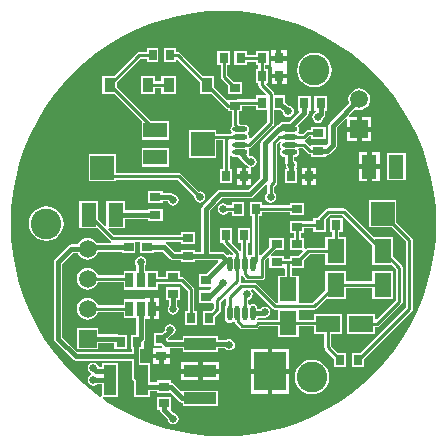
<source format=gtl>
%FSLAX25Y25*%
%MOIN*%
G70*
G01*
G75*
G04 Layer_Physical_Order=1*
G04 Layer_Color=255*
%ADD10R,0.02756X0.03543*%
%ADD11R,0.10630X0.12992*%
%ADD12R,0.10630X0.03937*%
%ADD13R,0.03543X0.03150*%
%ADD14R,0.03150X0.03543*%
%ADD15R,0.04331X0.10236*%
%ADD16R,0.03543X0.02756*%
%ADD17R,0.02756X0.05118*%
%ADD18R,0.03347X0.02756*%
%ADD19R,0.08071X0.05709*%
%ADD20R,0.05709X0.08071*%
%ADD21O,0.01772X0.05118*%
%ADD22O,0.05118X0.01772*%
%ADD23R,0.03583X0.04803*%
%ADD24R,0.07874X0.05118*%
%ADD25R,0.07874X0.07874*%
%ADD26R,0.05118X0.07874*%
%ADD27R,0.07874X0.07874*%
%ADD28C,0.01000*%
%ADD29C,0.01600*%
%ADD30C,0.05906*%
%ADD31R,0.05906X0.05906*%
%ADD32C,0.02500*%
%ADD33C,0.10236*%
G36*
X5059Y70731D02*
X10092Y70189D01*
X15073Y69291D01*
X19978Y68039D01*
X24781Y66440D01*
X29458Y64503D01*
X33984Y62237D01*
X38337Y59654D01*
X42496Y56767D01*
X46437Y53591D01*
X50142Y50142D01*
X53591Y46437D01*
X56767Y42496D01*
X59654Y38337D01*
X62237Y33984D01*
X64503Y29458D01*
X66440Y24781D01*
X68039Y19978D01*
X69291Y15073D01*
X70189Y10092D01*
X70731Y5059D01*
X70911Y0D01*
X70731Y-5059D01*
X70189Y-10092D01*
X69291Y-15073D01*
X68039Y-19978D01*
X66440Y-24781D01*
X64503Y-29458D01*
X62237Y-33984D01*
X59654Y-38337D01*
X56767Y-42496D01*
X53591Y-46437D01*
X50142Y-50142D01*
X46437Y-53591D01*
X42496Y-56767D01*
X38337Y-59654D01*
X33984Y-62237D01*
X29458Y-64503D01*
X24781Y-66440D01*
X19978Y-68039D01*
X15073Y-69291D01*
X10092Y-70189D01*
X5059Y-70731D01*
X0Y-70911D01*
X-5059Y-70731D01*
X-10092Y-70189D01*
X-15073Y-69291D01*
X-19978Y-68039D01*
X-24781Y-66440D01*
X-29458Y-64503D01*
X-33984Y-62237D01*
X-38337Y-59654D01*
X-40201Y-58361D01*
X-40052Y-57884D01*
X-35030D01*
Y-46447D01*
X-40561D01*
Y-47785D01*
X-41509D01*
X-41564Y-47506D01*
X-41973Y-46895D01*
X-42585Y-46486D01*
X-43307Y-46342D01*
X-44029Y-46486D01*
X-44641Y-46895D01*
X-45050Y-47506D01*
X-45193Y-48228D01*
X-45050Y-48950D01*
X-44641Y-49562D01*
X-44065Y-49947D01*
Y-50447D01*
X-44641Y-50832D01*
X-45050Y-51443D01*
X-45193Y-52165D01*
X-45050Y-52887D01*
X-44641Y-53499D01*
X-44029Y-53908D01*
X-43307Y-54052D01*
X-42585Y-53908D01*
X-42114Y-53593D01*
X-40561D01*
Y-57572D01*
X-41004Y-57803D01*
X-42496Y-56767D01*
X-46437Y-53591D01*
X-50142Y-50142D01*
X-53591Y-46437D01*
X-56767Y-42496D01*
X-59654Y-38337D01*
X-62237Y-33984D01*
X-64503Y-29458D01*
X-66440Y-24781D01*
X-68039Y-19978D01*
X-69291Y-15073D01*
X-70189Y-10092D01*
X-70731Y-5059D01*
X-70911Y0D01*
X-70731Y5059D01*
X-70189Y10092D01*
X-69291Y15073D01*
X-68039Y19978D01*
X-66440Y24781D01*
X-64503Y29458D01*
X-62237Y33984D01*
X-59654Y38337D01*
X-56767Y42496D01*
X-53591Y46437D01*
X-50142Y50142D01*
X-46437Y53591D01*
X-42496Y56767D01*
X-38337Y59654D01*
X-33984Y62237D01*
X-29458Y64503D01*
X-24781Y66440D01*
X-19978Y68039D01*
X-15073Y69291D01*
X-10092Y70189D01*
X-5059Y70731D01*
X0Y70911D01*
X5059Y70731D01*
D02*
G37*
%LPC*%
G36*
X-14361Y-21250D02*
X-19104D01*
Y-25600D01*
X-18160D01*
Y-27350D01*
X-18475Y-27821D01*
X-18619Y-28543D01*
X-18475Y-29265D01*
X-18066Y-29877D01*
X-17454Y-30286D01*
X-16732Y-30430D01*
X-16011Y-30286D01*
X-15398Y-29877D01*
X-14990Y-29265D01*
X-14846Y-28543D01*
X-14990Y-27821D01*
X-15305Y-27350D01*
Y-25600D01*
X-14361D01*
Y-21250D01*
D02*
G37*
G36*
X-21441Y-24787D02*
X-23019D01*
Y-27547D01*
X-21441D01*
Y-24787D01*
D02*
G37*
G36*
X-27559Y-10909D02*
X-28281Y-11053D01*
X-28893Y-11462D01*
X-29302Y-12073D01*
X-29445Y-12795D01*
X-29302Y-13517D01*
X-28986Y-13989D01*
Y-15739D01*
X-33277D01*
Y-17264D01*
X-41895D01*
X-42172Y-16594D01*
X-42742Y-15852D01*
X-43484Y-15282D01*
X-44348Y-14924D01*
X-45276Y-14802D01*
X-46203Y-14924D01*
X-47067Y-15282D01*
X-47809Y-15852D01*
X-48379Y-16594D01*
X-48737Y-17458D01*
X-48859Y-18386D01*
X-48737Y-19313D01*
X-48379Y-20177D01*
X-47809Y-20920D01*
X-47067Y-21489D01*
X-46203Y-21847D01*
X-45276Y-21969D01*
X-44348Y-21847D01*
X-43484Y-21489D01*
X-42742Y-20920D01*
X-42172Y-20177D01*
X-41895Y-19507D01*
X-33277D01*
Y-22057D01*
X-21841D01*
Y-20019D01*
X-19104D01*
Y-20088D01*
X-14361D01*
Y-20088D01*
X-14175Y-20088D01*
X-11948Y-22315D01*
Y-29124D01*
X-12805D01*
Y-33868D01*
X-8849D01*
Y-29124D01*
X-9705D01*
Y-21850D01*
X-9705Y-21850D01*
X-9791Y-21421D01*
X-10034Y-21057D01*
X-10034Y-21057D01*
X-12987Y-18105D01*
X-13350Y-17862D01*
X-13780Y-17776D01*
X-13780Y-17776D01*
X-14361D01*
Y-15739D01*
X-19104D01*
Y-17776D01*
X-21841D01*
Y-15739D01*
X-26132D01*
Y-13989D01*
X-25816Y-13517D01*
X-25673Y-12795D01*
X-25816Y-12073D01*
X-26225Y-11462D01*
X-26837Y-11053D01*
X-27559Y-10909D01*
D02*
G37*
G36*
X-17717Y-33547D02*
X-18438Y-33690D01*
X-19050Y-34099D01*
X-19459Y-34711D01*
X-19603Y-35433D01*
X-19592Y-35487D01*
X-20513Y-36408D01*
X-23041D01*
Y-40758D01*
X-20538D01*
X-20391Y-40978D01*
X-20432Y-41386D01*
X-20632Y-41520D01*
X-23441D01*
Y-43295D01*
X-17898D01*
Y-41585D01*
X-13592D01*
Y-42726D01*
X-1762D01*
Y-41585D01*
X566D01*
X635Y-41688D01*
X1247Y-42097D01*
X1969Y-42241D01*
X2690Y-42097D01*
X3302Y-41688D01*
X3711Y-41076D01*
X3855Y-40354D01*
X3711Y-39632D01*
X3302Y-39021D01*
X2690Y-38612D01*
X1969Y-38468D01*
X1247Y-38612D01*
X1070Y-38730D01*
X-1762D01*
Y-37589D01*
X-13592D01*
Y-38730D01*
X-18298D01*
Y-38230D01*
X-17305Y-37238D01*
X-16995Y-37176D01*
X-16383Y-36767D01*
X-15974Y-36155D01*
X-15830Y-35433D01*
X-15974Y-34711D01*
X-16383Y-34099D01*
X-16995Y-33690D01*
X-17717Y-33547D01*
D02*
G37*
G36*
X-41723Y-34833D02*
X-48828D01*
Y-41939D01*
X-41723D01*
Y-39813D01*
X-36427D01*
Y-41742D01*
X-32077D01*
Y-36998D01*
X-35035D01*
X-35236Y-36958D01*
X-35236Y-36958D01*
X-41723D01*
Y-34833D01*
D02*
G37*
G36*
X-21441Y-29147D02*
X-23019D01*
Y-31905D01*
X-21441D01*
Y-29147D01*
D02*
G37*
G36*
X-35817Y23238D02*
X-44891D01*
Y14164D01*
X-35817D01*
Y14627D01*
X-15228D01*
X-9710Y9109D01*
X-9760Y8858D01*
X-9617Y8136D01*
X-9208Y7525D01*
X-8596Y7116D01*
X-7874Y6972D01*
X-7152Y7116D01*
X-6540Y7525D01*
X-6131Y8136D01*
X-5988Y8858D01*
X-6131Y9580D01*
X-6540Y10192D01*
X-7152Y10601D01*
X-7874Y10745D01*
X-8124Y10695D01*
X-13971Y16541D01*
X-14335Y16784D01*
X-14764Y16870D01*
X-14764Y16870D01*
X-35817D01*
Y23238D01*
D02*
G37*
G36*
X6090Y14948D02*
X4512D01*
Y12976D01*
X6090D01*
Y14948D01*
D02*
G37*
G36*
X9268D02*
X7690D01*
Y12976D01*
X9268D01*
Y14948D01*
D02*
G37*
G36*
X-59055Y5768D02*
X-60548Y5571D01*
X-61939Y4995D01*
X-63133Y4078D01*
X-64050Y2884D01*
X-64626Y1493D01*
X-64823Y0D01*
X-64626Y-1493D01*
X-64050Y-2884D01*
X-63133Y-4078D01*
X-61939Y-4995D01*
X-60548Y-5571D01*
X-59055Y-5768D01*
X-57562Y-5571D01*
X-56171Y-4995D01*
X-54977Y-4078D01*
X-54060Y-2884D01*
X-53484Y-1493D01*
X-53288Y0D01*
X-53484Y1493D01*
X-54060Y2884D01*
X-54977Y4078D01*
X-56171Y4995D01*
X-57562Y5571D01*
X-59055Y5768D01*
D02*
G37*
G36*
X-20266Y10836D02*
X-25009D01*
Y6880D01*
X-20266D01*
Y7431D01*
X-18530D01*
X-18475Y7152D01*
X-18066Y6540D01*
X-17454Y6131D01*
X-16732Y5988D01*
X-16011Y6131D01*
X-15398Y6540D01*
X-14990Y7152D01*
X-14846Y7874D01*
X-14990Y8596D01*
X-15398Y9208D01*
X-16011Y9617D01*
X-16567Y9727D01*
X-16707Y9868D01*
X-17170Y10177D01*
X-17717Y10286D01*
X-17717Y10286D01*
X-20266D01*
Y10836D01*
D02*
G37*
G36*
X6899Y7293D02*
X2943D01*
Y6043D01*
X1476D01*
X1334Y6255D01*
X722Y6664D01*
X0Y6808D01*
X-722Y6664D01*
X-1334Y6255D01*
X-1743Y5643D01*
X-1886Y4921D01*
X-1743Y4199D01*
X-1334Y3588D01*
X-722Y3179D01*
X0Y3035D01*
X722Y3179D01*
X1334Y3588D01*
X1476Y3800D01*
X2943D01*
Y2550D01*
X6899D01*
Y7293D01*
D02*
G37*
G36*
X-17898Y-44894D02*
X-19869D01*
Y-46669D01*
X-17898D01*
Y-44894D01*
D02*
G37*
G36*
X21866Y-50013D02*
X16351D01*
Y-56709D01*
X21866D01*
Y-50013D01*
D02*
G37*
G36*
X-8477D02*
X-13992D01*
Y-52181D01*
X-8477D01*
Y-50013D01*
D02*
G37*
G36*
X-1362D02*
X-6877D01*
Y-52181D01*
X-1362D01*
Y-50013D01*
D02*
G37*
G36*
X-17313Y-57668D02*
X-22057D01*
Y-62017D01*
X-21111D01*
X-21004Y-62554D01*
X-20694Y-63017D01*
X-18586Y-65126D01*
X-18475Y-65683D01*
X-18066Y-66294D01*
X-17454Y-66703D01*
X-16732Y-66847D01*
X-16011Y-66703D01*
X-15398Y-66294D01*
X-14990Y-65683D01*
X-14846Y-64961D01*
X-14990Y-64239D01*
X-15398Y-63627D01*
X-16011Y-63218D01*
X-16567Y-63107D01*
X-17414Y-62260D01*
X-17313Y-62017D01*
X-17313D01*
X-17313Y-62017D01*
Y-57668D01*
D02*
G37*
G36*
X29528Y-45376D02*
X28035Y-45572D01*
X26644Y-46148D01*
X25449Y-47065D01*
X24533Y-48259D01*
X23957Y-49650D01*
X23760Y-51143D01*
X23957Y-52636D01*
X24533Y-54027D01*
X25449Y-55221D01*
X26644Y-56138D01*
X28035Y-56714D01*
X29528Y-56911D01*
X31020Y-56714D01*
X32411Y-56138D01*
X33606Y-55221D01*
X34522Y-54027D01*
X35098Y-52636D01*
X35295Y-51143D01*
X35098Y-49650D01*
X34522Y-48259D01*
X33606Y-47065D01*
X32411Y-46148D01*
X31020Y-45572D01*
X29528Y-45376D01*
D02*
G37*
G36*
X14751Y-50013D02*
X9236D01*
Y-56709D01*
X14751D01*
Y-50013D01*
D02*
G37*
G36*
X21866Y-41717D02*
X16351D01*
Y-48413D01*
X21866D01*
Y-41717D01*
D02*
G37*
G36*
X57687Y7792D02*
X48613D01*
Y-1282D01*
X56100D01*
X60886Y-6068D01*
Y-27850D01*
X45652Y-43085D01*
X42888D01*
Y-47828D01*
X46844D01*
Y-45065D01*
X62801Y-29108D01*
X62801Y-29108D01*
X63044Y-28744D01*
X63129Y-28315D01*
Y-5604D01*
X63129Y-5604D01*
X63044Y-5174D01*
X62801Y-4811D01*
X62801Y-4811D01*
X57687Y304D01*
Y7792D01*
D02*
G37*
G36*
X-21469Y-44894D02*
X-23441D01*
Y-46669D01*
X-21469D01*
Y-44894D01*
D02*
G37*
G36*
X-8477Y-46244D02*
X-13992D01*
Y-48413D01*
X-8477D01*
Y-46244D01*
D02*
G37*
G36*
X-1362D02*
X-6877D01*
Y-48413D01*
X-1362D01*
Y-46244D01*
D02*
G37*
G36*
X14751Y-41717D02*
X9236D01*
Y-48413D01*
X14751D01*
Y-41717D01*
D02*
G37*
G36*
X27743Y14948D02*
X26165D01*
Y12976D01*
X27743D01*
Y14948D01*
D02*
G37*
G36*
X-15739Y58474D02*
X-19694D01*
Y53731D01*
X-15739D01*
Y54385D01*
X-15277Y54576D01*
X-7765Y47065D01*
Y43258D01*
X-3959D01*
X723Y38577D01*
X723Y38577D01*
X1087Y38334D01*
X1516Y38249D01*
X1565D01*
Y37392D01*
X2815D01*
Y32972D01*
X2815Y32972D01*
X2898Y32556D01*
X2767Y32469D01*
X2439Y31977D01*
X2324Y31398D01*
X2439Y30818D01*
X2717Y30401D01*
X2482Y29960D01*
X1526D01*
X1526Y29960D01*
X1526Y29960D01*
X-2353D01*
Y31112D01*
X-11427D01*
Y22038D01*
X-2353D01*
Y27717D01*
X-137D01*
Y18120D01*
X-994D01*
Y13376D01*
X2962D01*
Y18120D01*
X2106D01*
Y22778D01*
X2584Y22923D01*
X2767Y22649D01*
X3259Y22321D01*
X3839Y22206D01*
X5008D01*
X7357Y19857D01*
X7357Y19857D01*
X7634Y19671D01*
X7742Y19600D01*
X7918Y19335D01*
X8423Y18998D01*
X8278Y18520D01*
X7690D01*
Y16548D01*
X9268D01*
Y18520D01*
X9268D01*
X9252Y18535D01*
Y18783D01*
X9974Y18927D01*
X10586Y19335D01*
X10995Y19948D01*
X11138Y20669D01*
X10995Y21391D01*
X10586Y22003D01*
X9974Y22412D01*
X9252Y22556D01*
X8788Y22463D01*
X8395Y22856D01*
X8585Y23141D01*
X8700Y23720D01*
X8585Y24300D01*
X8437Y24522D01*
X8563Y25158D01*
X8992Y25243D01*
X9356Y25486D01*
X16541Y32671D01*
X16541Y32671D01*
X16784Y33035D01*
X16870Y33465D01*
X16870Y33465D01*
Y37983D01*
X19054D01*
X19800Y37236D01*
X19911Y36680D01*
X20320Y36068D01*
X20932Y35659D01*
X21654Y35515D01*
X22375Y35659D01*
X22987Y36068D01*
X23396Y36680D01*
X23540Y37402D01*
X23396Y38123D01*
X22987Y38735D01*
X22375Y39144D01*
X21819Y39255D01*
X20679Y40395D01*
Y42726D01*
X16870D01*
Y43307D01*
X16784Y43736D01*
X16541Y44100D01*
X16541Y44100D01*
X14262Y46379D01*
X14454Y46841D01*
X14773D01*
Y51584D01*
X13917D01*
Y52746D01*
X15167D01*
Y57490D01*
X10817D01*
Y56240D01*
X7884D01*
Y57490D01*
X3534D01*
Y52746D01*
X7884D01*
Y53997D01*
X10817D01*
Y52746D01*
X11674D01*
Y51584D01*
X10817D01*
Y46841D01*
X11674D01*
Y46260D01*
X11674Y46260D01*
X11759Y45831D01*
X12002Y45467D01*
X14281Y43188D01*
X14090Y42726D01*
X10817D01*
Y41476D01*
X4921D01*
X4921Y41476D01*
X4492Y41390D01*
X4428Y41348D01*
X1565D01*
X1565Y41348D01*
Y41348D01*
X1253Y41219D01*
X-2983Y45455D01*
Y49261D01*
X-6790D01*
X-14424Y56895D01*
X-14787Y57139D01*
X-15216Y57224D01*
X-15217Y57224D01*
X-15739D01*
Y58474D01*
D02*
G37*
G36*
X2372Y57490D02*
X-1978D01*
Y52746D01*
X-925D01*
Y49016D01*
X-925Y49016D01*
X-839Y48587D01*
X-596Y48223D01*
X1565Y46061D01*
Y43298D01*
X6309D01*
Y47254D01*
X3545D01*
X1318Y49480D01*
Y52746D01*
X2372D01*
Y57490D01*
D02*
G37*
G36*
X30315Y56949D02*
X28822Y56752D01*
X27431Y56176D01*
X26237Y55259D01*
X25320Y54065D01*
X24744Y52674D01*
X24547Y51181D01*
X24744Y49688D01*
X25320Y48297D01*
X26237Y47103D01*
X27431Y46186D01*
X28822Y45610D01*
X30315Y45414D01*
X31808Y45610D01*
X33199Y46186D01*
X34393Y47103D01*
X35310Y48297D01*
X35886Y49688D01*
X36082Y51181D01*
X35886Y52674D01*
X35310Y54065D01*
X34393Y55259D01*
X33199Y56176D01*
X31808Y56752D01*
X30315Y56949D01*
D02*
G37*
G36*
X45276Y45079D02*
X44348Y44957D01*
X43484Y44599D01*
X42742Y44030D01*
X42172Y43288D01*
X41814Y42423D01*
X41692Y41496D01*
X41814Y40569D01*
X41965Y40204D01*
X35408Y33647D01*
X35099Y33184D01*
X34990Y32638D01*
X34990Y32638D01*
Y26884D01*
X34294Y26188D01*
X34064Y26283D01*
Y26283D01*
X34064Y26282D01*
X29321D01*
Y26068D01*
X28859Y25876D01*
X27663Y27073D01*
X27309Y27309D01*
Y27809D01*
X27663Y28045D01*
X28706Y29089D01*
X29321D01*
Y28232D01*
X34064D01*
Y32188D01*
X29321D01*
Y31332D01*
X28242D01*
X28242Y31332D01*
X27812Y31246D01*
X27448Y31003D01*
X26406Y29960D01*
X25077D01*
X24842Y30401D01*
X25120Y30818D01*
X25235Y31398D01*
X25120Y31977D01*
X24792Y32469D01*
X24779Y32602D01*
X27978Y35802D01*
X27978Y35802D01*
X28287Y36265D01*
X28396Y36811D01*
Y37681D01*
X29143D01*
Y42424D01*
X24794D01*
Y37681D01*
X25166D01*
X25358Y37219D01*
X22047Y33908D01*
X19882D01*
X19882Y33908D01*
X19336Y33799D01*
X18872Y33490D01*
X18872Y33490D01*
X18158Y32775D01*
X17862Y32716D01*
X17399Y32407D01*
X17399Y32407D01*
X12770Y27778D01*
X12461Y27315D01*
X12352Y26768D01*
X12352Y26768D01*
Y15355D01*
X8267Y11270D01*
X-984D01*
X-984Y11270D01*
X-1531Y11161D01*
X-1994Y10852D01*
X-1994Y10852D01*
X-6915Y5931D01*
X-7224Y5468D01*
X-7333Y4921D01*
X-7333Y4921D01*
Y-9399D01*
X-9439D01*
Y-8849D01*
X-14183D01*
Y-9399D01*
X-16141D01*
X-18676Y-6865D01*
X-19139Y-6555D01*
X-19214Y-6540D01*
X-19164Y-6043D01*
X-14183D01*
Y-6899D01*
X-9439D01*
Y-2943D01*
X-14183D01*
Y-3800D01*
X-36543D01*
X-38297Y-2046D01*
X-38105Y-1584D01*
X-32668D01*
Y1525D01*
X-25009D01*
Y975D01*
X-20266D01*
Y4931D01*
X-25009D01*
Y4380D01*
X-32668D01*
Y7490D01*
X-38986D01*
Y-704D01*
X-39448Y-895D01*
X-41723Y1380D01*
Y7490D01*
X-48041D01*
Y-1584D01*
X-41931D01*
X-37801Y-5714D01*
X-37801Y-5714D01*
X-37437Y-5957D01*
X-37534Y-6447D01*
X-42285D01*
X-42742Y-5852D01*
X-43484Y-5283D01*
X-44348Y-4924D01*
X-45276Y-4802D01*
X-46203Y-4924D01*
X-47067Y-5283D01*
X-47809Y-5852D01*
X-48379Y-6594D01*
X-48530Y-6958D01*
X-50709D01*
X-51255Y-7067D01*
X-51440Y-7191D01*
X-51718Y-7377D01*
X-51718Y-7377D01*
X-56128Y-11786D01*
X-56437Y-12249D01*
X-56546Y-12795D01*
X-56546Y-12795D01*
Y-38386D01*
X-56546Y-38386D01*
X-56437Y-38932D01*
X-56128Y-39395D01*
X-50250Y-45272D01*
X-50250Y-45272D01*
X-49787Y-45582D01*
X-49241Y-45690D01*
X-49241Y-45690D01*
X-36967D01*
X-36825Y-45719D01*
X-30562D01*
Y-51181D01*
X-30562Y-51181D01*
X-30453Y-51727D01*
X-30143Y-52190D01*
X-29931Y-52403D01*
Y-57884D01*
X-24400D01*
Y-55758D01*
X-22057D01*
Y-56506D01*
X-17462D01*
X-14691Y-59277D01*
X-14691Y-59277D01*
X-14413Y-59462D01*
X-14227Y-59587D01*
X-13681Y-59695D01*
X-13592D01*
Y-60836D01*
X-1762D01*
Y-55699D01*
X-13592D01*
X-13592Y-55699D01*
Y-55699D01*
X-14044Y-55886D01*
X-16609Y-53321D01*
X-17072Y-53012D01*
X-17313Y-52964D01*
Y-52156D01*
X-22057D01*
Y-52903D01*
X-24400D01*
Y-46447D01*
X-27707D01*
Y-44291D01*
Y-41742D01*
X-26565D01*
Y-39214D01*
X-26550Y-39198D01*
X-26550Y-39198D01*
X-26240Y-38735D01*
X-26132Y-38189D01*
X-26132Y-38189D01*
Y-31905D01*
X-24619D01*
Y-28346D01*
Y-24787D01*
X-26197D01*
Y-25187D01*
X-33277D01*
Y-27264D01*
X-41895D01*
X-42172Y-26594D01*
X-42742Y-25852D01*
X-43484Y-25282D01*
X-44348Y-24925D01*
X-45276Y-24802D01*
X-46203Y-24925D01*
X-47067Y-25282D01*
X-47809Y-25852D01*
X-48379Y-26594D01*
X-48737Y-27458D01*
X-48859Y-28386D01*
X-48737Y-29313D01*
X-48379Y-30178D01*
X-47809Y-30920D01*
X-47067Y-31489D01*
X-46203Y-31847D01*
X-45276Y-31969D01*
X-44348Y-31847D01*
X-43484Y-31489D01*
X-42742Y-30920D01*
X-42172Y-30178D01*
X-41895Y-29507D01*
X-33277D01*
Y-31506D01*
X-28986D01*
Y-36998D01*
X-30915D01*
Y-41742D01*
X-30562D01*
Y-42864D01*
X-36711D01*
X-36853Y-42836D01*
X-36853Y-42836D01*
X-48650D01*
X-53691Y-37795D01*
Y-13386D01*
X-50117Y-9813D01*
X-48530D01*
X-48379Y-10177D01*
X-47809Y-10920D01*
X-47067Y-11489D01*
X-46203Y-11847D01*
X-45276Y-11969D01*
X-44348Y-11847D01*
X-43484Y-11489D01*
X-42742Y-10920D01*
X-42172Y-10177D01*
X-41814Y-9313D01*
X-41813Y-9301D01*
X-33868D01*
Y-9852D01*
X-29321D01*
Y-6043D01*
X-27765D01*
Y-9852D01*
X-23219D01*
Y-9301D01*
X-20276D01*
X-17742Y-11836D01*
X-17742Y-11836D01*
X-17278Y-12145D01*
X-16732Y-12254D01*
X-14183D01*
Y-12805D01*
X-9439D01*
Y-12254D01*
X-1934D01*
X-1743Y-12716D01*
X-5749Y-16723D01*
X-8277D01*
Y-21072D01*
X-4256D01*
X-4065Y-21534D01*
X-4765Y-22235D01*
X-8277D01*
Y-26584D01*
X-3534D01*
Y-26584D01*
X-3444D01*
X-3090Y-26938D01*
Y-28079D01*
X-4136Y-29124D01*
X-6899D01*
Y-33868D01*
X-2943D01*
Y-31104D01*
X-1175Y-29336D01*
X-1175Y-29336D01*
X-932Y-28973D01*
X-847Y-28543D01*
X-847Y-28543D01*
Y-26055D01*
X483Y-24725D01*
X945Y-24916D01*
Y-27252D01*
X667Y-27668D01*
X552Y-28248D01*
Y-31594D01*
X667Y-32174D01*
X996Y-32666D01*
X1487Y-32994D01*
X2067Y-33109D01*
X2647Y-32994D01*
X3138Y-32666D01*
X3555D01*
X3716Y-32773D01*
X3763Y-33012D01*
X4006Y-33376D01*
X5404Y-34773D01*
X5768Y-35017D01*
X6197Y-35102D01*
X6197Y-35102D01*
X10732D01*
X10732Y-35102D01*
X11162Y-35017D01*
X11525Y-34773D01*
X12008Y-34291D01*
X18199D01*
Y-37805D01*
X25108D01*
Y-34291D01*
X30109D01*
Y-36919D01*
X33623D01*
Y-41240D01*
X33623Y-41240D01*
X33708Y-41669D01*
X33951Y-42033D01*
X36983Y-45065D01*
Y-47828D01*
X40939D01*
Y-43085D01*
X38175D01*
X35866Y-40776D01*
Y-36919D01*
X39380D01*
Y-30010D01*
X30109D01*
Y-32048D01*
X25108D01*
Y-28681D01*
X30217D01*
X30217Y-28681D01*
X30646Y-28595D01*
X31010Y-28352D01*
X34352Y-25010D01*
X40856D01*
Y-21496D01*
X49695D01*
Y-25009D01*
X56604D01*
Y-15739D01*
X49695D01*
Y-19252D01*
X40856D01*
Y-15739D01*
X33947D01*
Y-22242D01*
X29752Y-26438D01*
X25108D01*
Y-17313D01*
X22775D01*
Y-14773D01*
X26978D01*
Y-12010D01*
X28713Y-10275D01*
X33947D01*
Y-13789D01*
X40856D01*
Y-4518D01*
X38523D01*
Y-2775D01*
X39783D01*
Y1969D01*
X35433D01*
Y-2775D01*
X36280D01*
Y-4518D01*
X33947D01*
Y-8032D01*
X28248D01*
X27819Y-8117D01*
X27455Y-8360D01*
X26978Y-8042D01*
Y-4912D01*
X25728D01*
Y-2962D01*
X26978D01*
Y-1525D01*
X29921D01*
Y-2775D01*
X34271D01*
Y1671D01*
X35415Y2816D01*
X39595D01*
X49695Y-7285D01*
Y-13789D01*
X56199D01*
X57520Y-15110D01*
Y-25539D01*
X51062Y-31998D01*
X50600Y-31806D01*
Y-30010D01*
X41329D01*
Y-36919D01*
X50600D01*
Y-34586D01*
X51181D01*
X51181Y-34586D01*
X51610Y-34501D01*
X51974Y-34258D01*
X59435Y-26797D01*
X59435Y-26797D01*
X59678Y-26433D01*
X59763Y-26004D01*
X59763Y-26004D01*
Y-14646D01*
X59678Y-14217D01*
X59435Y-13853D01*
X59435Y-13853D01*
X56604Y-11022D01*
Y-4518D01*
X50100D01*
X40852Y4730D01*
X40488Y4973D01*
X40059Y5059D01*
X40059Y5059D01*
X34950D01*
X34950Y5059D01*
X34521Y4973D01*
X34157Y4730D01*
X31396Y1969D01*
X29921D01*
Y718D01*
X26978D01*
Y994D01*
X22235D01*
Y-2962D01*
X23485D01*
Y-4912D01*
X22235D01*
Y-8868D01*
X26294D01*
X26486Y-9330D01*
X24998Y-10817D01*
X22235D01*
Y-11674D01*
X20088D01*
Y-10817D01*
X16028D01*
X15837Y-10355D01*
X17325Y-8868D01*
X20088D01*
Y-4912D01*
X15345D01*
Y-7675D01*
X12379Y-10641D01*
X11917Y-10450D01*
Y2550D01*
X12805D01*
Y3800D01*
X22235D01*
Y2943D01*
X26978D01*
Y6899D01*
X22235D01*
Y6043D01*
X12805D01*
Y7293D01*
X8849D01*
Y2550D01*
X9674D01*
Y-10212D01*
X9164Y-10313D01*
X8673Y-10641D01*
X8487D01*
X8133Y-10288D01*
Y-6309D01*
X8868D01*
Y-1565D01*
X4912D01*
Y-6309D01*
X5890D01*
Y-8682D01*
X5419Y-8997D01*
X5419Y-8997D01*
X2895Y-6472D01*
X2962Y-6309D01*
X2962D01*
X2962Y-6309D01*
Y-1565D01*
X-994D01*
Y-6309D01*
X-105D01*
X-52Y-6577D01*
X191Y-6941D01*
X3274Y-10024D01*
X3200Y-10518D01*
X3063Y-10592D01*
X2647Y-10313D01*
X2067Y-10198D01*
X1487Y-10313D01*
X1203Y-10503D01*
X517Y-9817D01*
X54Y-9508D01*
X-492Y-9399D01*
X-492Y-9399D01*
X-4478D01*
Y4330D01*
X-393Y8415D01*
X8858D01*
X8858Y8415D01*
X9404Y8524D01*
X9868Y8833D01*
X14215Y13181D01*
X14656Y12945D01*
X14627Y12795D01*
X14627Y12795D01*
Y10334D01*
X14414Y10192D01*
X14005Y9580D01*
X13862Y8858D01*
X14005Y8136D01*
X14414Y7525D01*
X15026Y7116D01*
X15748Y6972D01*
X16470Y7116D01*
X17082Y7525D01*
X17491Y8136D01*
X17634Y8858D01*
X17491Y9580D01*
X17082Y10192D01*
X16870Y10334D01*
Y12331D01*
X17525Y12987D01*
X17768Y13350D01*
X17854Y13780D01*
X17854Y13780D01*
Y26570D01*
X18844Y27560D01*
X19231Y27243D01*
X18974Y26859D01*
X18859Y26280D01*
X18974Y25700D01*
X19303Y25208D01*
Y24792D01*
X18974Y24300D01*
X18859Y23720D01*
X18974Y23141D01*
X19303Y22649D01*
X19794Y22321D01*
X20374Y22206D01*
X20620D01*
Y20276D01*
X20620Y20276D01*
X20729Y19729D01*
X20753Y19692D01*
X20752Y19685D01*
X20895Y18963D01*
X21164Y18561D01*
X20928Y18120D01*
X20660D01*
Y13376D01*
X24616D01*
Y18120D01*
X24347D01*
X24112Y18561D01*
X24381Y18963D01*
X24524Y19685D01*
X24381Y20407D01*
X23972Y21019D01*
X23475Y21351D01*
Y22206D01*
X23720D01*
X24300Y22321D01*
X24792Y22649D01*
X25120Y23141D01*
X25235Y23720D01*
X25120Y24300D01*
X24842Y24717D01*
X25077Y25158D01*
X26406D01*
X28052Y23512D01*
X28052Y23511D01*
X28416Y23268D01*
X28845Y23183D01*
X28845Y23183D01*
X29321D01*
Y22327D01*
X34064D01*
Y22524D01*
X34418Y22877D01*
X34429D01*
X34429Y22877D01*
Y22877D01*
X34976Y22986D01*
X35439Y23295D01*
X37427Y25283D01*
X37427Y25283D01*
X37736Y25746D01*
X37845Y26292D01*
X37845Y26292D01*
Y32046D01*
X40861Y35063D01*
X41323Y34871D01*
Y32296D01*
X44476D01*
Y35449D01*
X41900D01*
X41709Y35911D01*
X43984Y38186D01*
X44348Y38035D01*
X45276Y37913D01*
X46203Y38035D01*
X47067Y38393D01*
X47809Y38962D01*
X48379Y39704D01*
X48737Y40569D01*
X48859Y41496D01*
X48737Y42423D01*
X48379Y43288D01*
X47809Y44030D01*
X47067Y44599D01*
X46203Y44957D01*
X45276Y45079D01*
D02*
G37*
G36*
X49228Y35449D02*
X46076D01*
Y32296D01*
X49228D01*
Y35449D01*
D02*
G37*
G36*
X34655Y42424D02*
X30305D01*
Y37681D01*
X30763D01*
X30812Y37183D01*
X30774Y37176D01*
X30162Y36767D01*
X29753Y36155D01*
X29610Y35433D01*
X29753Y34711D01*
X30162Y34099D01*
X30774Y33690D01*
X31496Y33547D01*
X32218Y33690D01*
X32830Y34099D01*
X33239Y34711D01*
X33349Y35268D01*
X33490Y35408D01*
X33799Y35871D01*
X33908Y36417D01*
X33908Y36417D01*
Y37681D01*
X34655D01*
Y42424D01*
D02*
G37*
G36*
X17901Y48413D02*
X16323D01*
Y46441D01*
X17901D01*
Y48413D01*
D02*
G37*
G36*
X17704Y57890D02*
X15929D01*
Y55918D01*
X17704D01*
Y57890D01*
D02*
G37*
G36*
X21079D02*
X19304D01*
Y55918D01*
X21079D01*
Y57890D01*
D02*
G37*
G36*
X-21644Y58474D02*
X-25600D01*
Y57224D01*
X-28091D01*
X-28091Y57224D01*
X-28520Y57139D01*
X-28884Y56895D01*
X-28884Y56895D01*
X-36518Y49261D01*
X-40324D01*
Y43258D01*
X-36380D01*
X-27175Y34053D01*
Y27943D01*
X-18101D01*
Y34261D01*
X-24211D01*
X-35542Y45592D01*
Y47065D01*
X-27626Y54981D01*
X-25600D01*
Y53731D01*
X-21644D01*
Y58474D01*
D02*
G37*
G36*
X21079Y48413D02*
X19501D01*
Y46441D01*
X21079D01*
Y48413D01*
D02*
G37*
G36*
X-15857Y49261D02*
X-20639D01*
Y47381D01*
X-22668D01*
Y49261D01*
X-27450D01*
Y43258D01*
X-22668D01*
Y45138D01*
X-20639D01*
Y43258D01*
X-15857D01*
Y49261D01*
D02*
G37*
G36*
X21079Y54318D02*
X15929D01*
Y52346D01*
X16323D01*
Y51984D01*
X16323D01*
Y50013D01*
X21079D01*
Y51984D01*
X21079D01*
X21079Y52346D01*
X21079Y52346D01*
Y52346D01*
Y54318D01*
D02*
G37*
G36*
X49228Y30696D02*
X46076D01*
Y27543D01*
X49228D01*
Y30696D01*
D02*
G37*
G36*
X30921Y18520D02*
X29343D01*
Y16548D01*
X30921D01*
Y18520D01*
D02*
G37*
G36*
X52181Y18203D02*
X49422D01*
Y14066D01*
X52181D01*
Y18203D01*
D02*
G37*
G36*
X27743Y18520D02*
X26165D01*
Y16548D01*
X27743D01*
Y18520D01*
D02*
G37*
G36*
X60836Y23540D02*
X54518D01*
Y14466D01*
X60836D01*
Y23540D01*
D02*
G37*
G36*
X6090Y18520D02*
X4512D01*
Y16548D01*
X6090D01*
Y18520D01*
D02*
G37*
G36*
X-18101Y25206D02*
X-27175D01*
Y18888D01*
X-18101D01*
Y25206D01*
D02*
G37*
G36*
X30921Y14948D02*
X29343D01*
Y12976D01*
X30921D01*
Y14948D01*
D02*
G37*
G36*
X44476Y30696D02*
X41323D01*
Y27543D01*
X44476D01*
Y30696D01*
D02*
G37*
G36*
X52181Y23940D02*
X49422D01*
Y19803D01*
X52181D01*
Y23940D01*
D02*
G37*
G36*
X47822D02*
X45063D01*
Y19803D01*
X47822D01*
Y23940D01*
D02*
G37*
G36*
Y18203D02*
X45063D01*
Y14066D01*
X47822D01*
Y18203D01*
D02*
G37*
%LPD*%
G36*
X10817Y37983D02*
X14627D01*
Y33929D01*
X9101Y28404D01*
X8660Y28640D01*
X8700Y28839D01*
X8585Y29418D01*
X8256Y29910D01*
Y30326D01*
X8585Y30818D01*
X8700Y31398D01*
X8585Y31977D01*
X8256Y32469D01*
X7765Y32797D01*
X7185Y32913D01*
X5583D01*
X5059Y33437D01*
Y37392D01*
X6309D01*
Y39233D01*
X10817D01*
Y37983D01*
D02*
G37*
G36*
X16439Y-28352D02*
X16439Y-28352D01*
X16803Y-28595D01*
X17232Y-28681D01*
X18199D01*
Y-32048D01*
X11563D01*
X11360Y-31801D01*
X11574Y-31349D01*
X13386D01*
X13386Y-31349D01*
X13419Y-31342D01*
X13780Y-31414D01*
X14501Y-31270D01*
X15113Y-30861D01*
X15522Y-30249D01*
X15666Y-29528D01*
X15522Y-28806D01*
X15113Y-28194D01*
X14501Y-27785D01*
X13780Y-27641D01*
X13058Y-27785D01*
X12446Y-28194D01*
X12245Y-28494D01*
X11259D01*
Y-28248D01*
X11144Y-27668D01*
X10815Y-27177D01*
X10324Y-26848D01*
X9744Y-26733D01*
X9164Y-26848D01*
X8748Y-27127D01*
X8307Y-26891D01*
Y-25422D01*
X8596Y-25365D01*
X9208Y-24956D01*
X9617Y-24344D01*
X9760Y-23622D01*
X9617Y-22900D01*
X9262Y-22369D01*
X9498Y-21928D01*
X10015D01*
X16439Y-28352D01*
D02*
G37*
G36*
X15345Y-11501D02*
Y-14773D01*
X20088D01*
Y-14773D01*
X20178D01*
X20532Y-15127D01*
Y-17313D01*
X18199D01*
Y-26438D01*
X17697D01*
X11273Y-20013D01*
X10909Y-19770D01*
X10480Y-19685D01*
X10480Y-19685D01*
X6051D01*
X5948Y-19616D01*
X5687Y-19298D01*
X5748Y-18996D01*
X5748Y-18996D01*
Y-17521D01*
X6226Y-17375D01*
X6392Y-17624D01*
X7278Y-18510D01*
X7278Y-18510D01*
X7642Y-18753D01*
X8071Y-18838D01*
X8071Y-18838D01*
X12795D01*
X13225Y-18753D01*
X13588Y-18510D01*
X13832Y-18146D01*
X13917Y-17717D01*
Y-12276D01*
X14883Y-11310D01*
X15345Y-11501D01*
D02*
G37*
D10*
X-10827Y-31496D02*
D03*
X-4921D02*
D03*
X38961Y-45457D02*
D03*
X44866D02*
D03*
X6890Y-3937D02*
D03*
X984D02*
D03*
X4921Y4921D02*
D03*
X10827D02*
D03*
X6890Y15748D02*
D03*
X984D02*
D03*
X28543D02*
D03*
X22638D02*
D03*
X12795Y40354D02*
D03*
X18701D02*
D03*
X18701Y49213D02*
D03*
X12795D02*
D03*
X-17717Y56102D02*
D03*
X-23622D02*
D03*
D11*
X15551Y-49213D02*
D03*
D12*
X-7677Y-58268D02*
D03*
Y-49213D02*
D03*
Y-40157D02*
D03*
D13*
X-20669Y-38583D02*
D03*
Y-44094D02*
D03*
X-19685Y-59842D02*
D03*
Y-54331D02*
D03*
X-16732Y-17913D02*
D03*
Y-23425D02*
D03*
X-5906Y-18898D02*
D03*
Y-24409D02*
D03*
D14*
X-34252Y-39370D02*
D03*
X-28740D02*
D03*
X32096Y-403D02*
D03*
X37608D02*
D03*
X18504Y55118D02*
D03*
X12992D02*
D03*
X5709D02*
D03*
X197D02*
D03*
X26969Y40053D02*
D03*
X32480D02*
D03*
D15*
X-37795Y-52165D02*
D03*
X-27165D02*
D03*
D16*
X-11811Y-4921D02*
D03*
Y-10827D02*
D03*
X-22638Y8858D02*
D03*
Y2953D02*
D03*
X24606Y-6890D02*
D03*
Y-12795D02*
D03*
X17717Y-12795D02*
D03*
Y-6890D02*
D03*
X24606Y-984D02*
D03*
Y4921D02*
D03*
X31693Y24305D02*
D03*
Y30210D02*
D03*
X3937Y39370D02*
D03*
Y45276D02*
D03*
D17*
X-23819Y-28346D02*
D03*
X-27559D02*
D03*
X-31299D02*
D03*
Y-18898D02*
D03*
X-27559D02*
D03*
X-23819D02*
D03*
D18*
X-31594Y-7874D02*
D03*
X-25492D02*
D03*
D19*
X34744Y-33465D02*
D03*
X45965D02*
D03*
D20*
X21654Y-21949D02*
D03*
Y-33169D02*
D03*
X37402Y-9154D02*
D03*
Y-20374D02*
D03*
X53150Y-20374D02*
D03*
Y-9154D02*
D03*
D21*
X9744Y-13386D02*
D03*
X7185D02*
D03*
X4626D02*
D03*
X2067D02*
D03*
X9744Y-29921D02*
D03*
X7185D02*
D03*
X4626D02*
D03*
X2067D02*
D03*
D22*
X22047Y23720D02*
D03*
Y26280D02*
D03*
Y28839D02*
D03*
Y31398D02*
D03*
X5512Y23720D02*
D03*
Y26280D02*
D03*
Y28839D02*
D03*
Y31398D02*
D03*
D23*
X-18248Y46260D02*
D03*
X-5374D02*
D03*
X-25059D02*
D03*
X-37933D02*
D03*
D24*
X-22638Y22047D02*
D03*
Y31102D02*
D03*
D25*
X-6890Y26575D02*
D03*
D26*
X-35827Y2953D02*
D03*
X-44882D02*
D03*
X48622Y19003D02*
D03*
X57677D02*
D03*
D27*
X-40354Y18701D02*
D03*
X53150Y3255D02*
D03*
D28*
X10827Y4921D02*
X24606D01*
X10827Y4921D02*
X10827Y4921D01*
X15748Y8858D02*
Y12795D01*
X16732Y13780D01*
X-45276Y-18386D02*
X-31811D01*
X-31299Y-18898D01*
X-45276Y-28386D02*
X-31339D01*
X-31299Y-28346D01*
X4626Y-18996D02*
Y-13386D01*
X-4921Y-31496D02*
X-1969Y-28543D01*
X-10827Y-31496D02*
Y-21850D01*
X-13780Y-18898D02*
X-10827Y-21850D01*
X-23819Y-18898D02*
X-13780D01*
X984Y-6148D02*
Y-3937D01*
Y-6148D02*
X4626Y-9790D01*
Y-13386D02*
Y-9790D01*
X-37008Y-4921D02*
X-10827D01*
X-44882Y2953D02*
X-37008Y-4921D01*
X6890Y-3937D02*
X7012Y-4059D01*
Y-13213D02*
Y-4059D01*
Y-13213D02*
X7185Y-13386D01*
Y-16831D02*
Y-13386D01*
X4626Y-29921D02*
X4799Y-30095D01*
X10795Y4890D02*
X10827Y4921D01*
X9744Y-13386D02*
X10795Y-12335D01*
Y4890D01*
X12795Y-17717D02*
Y-11811D01*
X17717Y-6890D01*
X10732Y-33980D02*
X11543Y-33169D01*
X21654D01*
X4799Y-32583D02*
Y-30095D01*
Y-32583D02*
X6197Y-33980D01*
X10732D01*
X7185Y-29921D02*
Y-24311D01*
X7874Y-23622D01*
X16732Y13780D02*
Y27034D01*
X18537Y28839D01*
X22047D01*
X-1969Y-28543D02*
Y-25591D01*
X4626Y-18996D01*
X2067Y-29921D02*
Y-24508D01*
X7185Y-16831D02*
X8071Y-17717D01*
X12795D01*
X24606Y-12795D02*
X24606Y-12795D01*
X21654Y-21949D02*
Y-12795D01*
X17717D02*
X21654D01*
X24606D01*
X28248Y-9154D02*
X37402D01*
X24606Y-12795D02*
X28248Y-9154D01*
X21654Y-33169D02*
X34449D01*
X34744Y-33465D01*
Y-41240D02*
Y-33465D01*
Y-41240D02*
X38961Y-45457D01*
X44866D02*
X62008Y-28315D01*
Y-5604D01*
X53150Y3255D02*
X62008Y-5604D01*
X53150Y-20374D02*
X53150Y-20374D01*
X37402Y-20374D02*
X53150D01*
X45965Y-33465D02*
X51181D01*
X58642Y-26004D01*
Y-14646D01*
X53150Y-9154D02*
X58642Y-14646D01*
X37402Y-9154D02*
Y-609D01*
X37608Y-403D01*
X32096Y1083D02*
X34950Y3937D01*
X32096Y-403D02*
Y1083D01*
X25187Y-403D02*
X32096D01*
X24606Y-984D02*
X25187Y-403D01*
X24606Y-6890D02*
Y-984D01*
Y-6890D02*
X24606Y-6890D01*
X30217Y-27559D02*
X37402Y-20374D01*
X17232Y-27559D02*
X30217D01*
X2067Y-24508D02*
X5768Y-20807D01*
X10480D01*
X17232Y-27559D01*
X34950Y3937D02*
X40059D01*
X53150Y-9154D01*
X0Y4921D02*
X4921D01*
X0Y4921D02*
X0Y4921D01*
X-14764Y15748D02*
X-7874Y8858D01*
X-37402Y15748D02*
X-14764D01*
X-40354Y18701D02*
X-37402Y15748D01*
X-6890Y26575D02*
X-4626Y28839D01*
X984Y15748D02*
Y28297D01*
X1526Y28839D02*
X5512D01*
X984Y28297D02*
X1526Y28839D01*
X-4626D02*
X1526D01*
X5512Y26280D02*
X8563D01*
X4921Y40354D02*
X12795D01*
X3937Y39370D02*
X4921Y40354D01*
X3937Y32972D02*
Y39370D01*
Y32972D02*
X5512Y31398D01*
X12795Y46260D02*
Y48228D01*
Y46260D02*
X15748Y43307D01*
Y33465D02*
Y43307D01*
X8563Y26280D02*
X15748Y33465D01*
X12795Y48228D02*
Y54921D01*
X12992Y55118D01*
X5709D02*
X12992D01*
X197Y49016D02*
Y55118D01*
Y49016D02*
X3937Y45276D01*
X-17717Y56102D02*
X-17717Y56102D01*
X-17717Y56102D02*
X-15216D01*
X-5374Y46260D01*
X1516Y39370D01*
X3937D01*
X-28091Y56102D02*
X-23622D01*
X-37933Y46260D02*
X-28091Y56102D01*
X-25059Y46260D02*
X-18248D01*
X-37795D02*
X-22638Y31102D01*
X-37933Y46260D02*
X-37795D01*
X28242Y30210D02*
X31693D01*
X26870Y28839D02*
X28242Y30210D01*
X22047Y28839D02*
X26870D01*
X28845Y24305D02*
X31693D01*
X26870Y26280D02*
X28845Y24305D01*
X22047Y26280D02*
X26870D01*
D29*
X-28740Y-39370D02*
X-27559Y-38189D01*
Y-28346D01*
X-29134Y-39764D02*
X-28740Y-39370D01*
X-25984Y-54331D02*
X-19685D01*
X-29134Y-51181D02*
X-25984Y-54331D01*
X-50709Y-8386D02*
X-45276D01*
X-55118Y-12795D02*
X-50709Y-8386D01*
X-55118Y-38386D02*
Y-12795D01*
Y-38386D02*
X-49241Y-44263D01*
X-36853D01*
X-36825Y-44291D01*
X-29134D01*
Y-51181D02*
Y-44291D01*
Y-39764D01*
X-13681Y-58268D02*
X-7677D01*
X-17618Y-54331D02*
X-13681Y-58268D01*
X-19685Y-54331D02*
X-17618D01*
X-5906Y-10827D02*
X-492D01*
X-5906Y-18898D02*
X787Y-12205D01*
Y-12106D01*
X-492Y-10827D02*
X787Y-12106D01*
X-25492Y-7874D02*
Y-7776D01*
X-44764Y-7874D02*
X-31594D01*
X-45276Y-8386D02*
X-44764Y-7874D01*
X-984Y9843D02*
X8858D01*
X18799Y31398D02*
X19882Y32480D01*
X-25492Y-7874D02*
X-19685D01*
X-16732Y-10827D01*
X-5906Y4921D02*
X-984Y9843D01*
X-5906Y-10827D02*
Y4921D01*
X-16732Y-10827D02*
X-5906D01*
X8858Y9843D02*
X13780Y14764D01*
X19882Y32480D02*
X22638D01*
X26969Y36811D02*
Y40053D01*
X22638Y32480D02*
X26969Y36811D01*
X13780Y14764D02*
Y26768D01*
X18409Y31398D01*
X18799D01*
X36417Y32638D02*
X45276Y41496D01*
X36417Y26292D02*
Y32638D01*
X34429Y24305D02*
X36417Y26292D01*
X31693Y24305D02*
X34429D01*
X18701Y40354D02*
X21654Y37402D01*
Y37402D02*
Y37402D01*
X22047Y20276D02*
X22638Y19685D01*
X22047Y20276D02*
Y23720D01*
X22638Y15748D02*
Y19685D01*
X22638Y19685D01*
X-35827Y2953D02*
X-22638D01*
Y8858D02*
X-17717D01*
X-16732Y7874D01*
X-35236Y-38386D02*
X-34252Y-39370D01*
X-45276Y-38386D02*
X-35236D01*
X-20669Y-38583D02*
X-17717Y-35630D01*
Y-35433D01*
X-19094Y-40157D02*
X-7677D01*
X-20669Y-38583D02*
X-19094Y-40157D01*
X-7677D02*
X1772D01*
X1969Y-40354D01*
X-19685Y-62008D02*
Y-59842D01*
Y-62008D02*
X-16732Y-64961D01*
X-16732Y-28543D02*
Y-23425D01*
X-5906Y-24409D02*
X-4921D01*
X-197Y-19685D01*
X-27559Y-18898D02*
Y-12795D01*
X-27559Y-12795D02*
X-27559Y-12795D01*
X9744Y-29921D02*
X13386D01*
X13780Y-29528D01*
X-43307Y-52165D02*
X-38386D01*
X-43307Y-48228D02*
X-42323Y-49213D01*
X-38386D01*
X-37795Y-49803D01*
Y-52165D02*
Y-49803D01*
X32480Y36417D02*
Y40053D01*
X31496Y35433D02*
X32480Y36417D01*
X5512Y23720D02*
X8366Y20866D01*
X9055D01*
X9252Y20669D01*
D30*
X45276Y41496D02*
D03*
X-45276Y-8386D02*
D03*
Y-18386D02*
D03*
Y-28386D02*
D03*
D31*
X45276Y31496D02*
D03*
X-45276Y-38386D02*
D03*
D32*
X15748Y8858D02*
D03*
X7874Y-23622D02*
D03*
X0Y4921D02*
D03*
X-7874Y8858D02*
D03*
X21654Y37402D02*
D03*
X22638Y19685D02*
D03*
X-16732Y7874D02*
D03*
X-17717Y-35433D02*
D03*
X1969Y-40354D02*
D03*
X-16732Y-64961D02*
D03*
X-16732Y-28543D02*
D03*
X-197Y-19685D02*
D03*
X-27559Y-12795D02*
D03*
X13780Y-29528D02*
D03*
X-43307Y-48228D02*
D03*
Y-52165D02*
D03*
X31496Y35433D02*
D03*
X9252Y20669D02*
D03*
D33*
X-59055Y0D02*
D03*
X29528Y-51143D02*
D03*
X30315Y51181D02*
D03*
M02*

</source>
